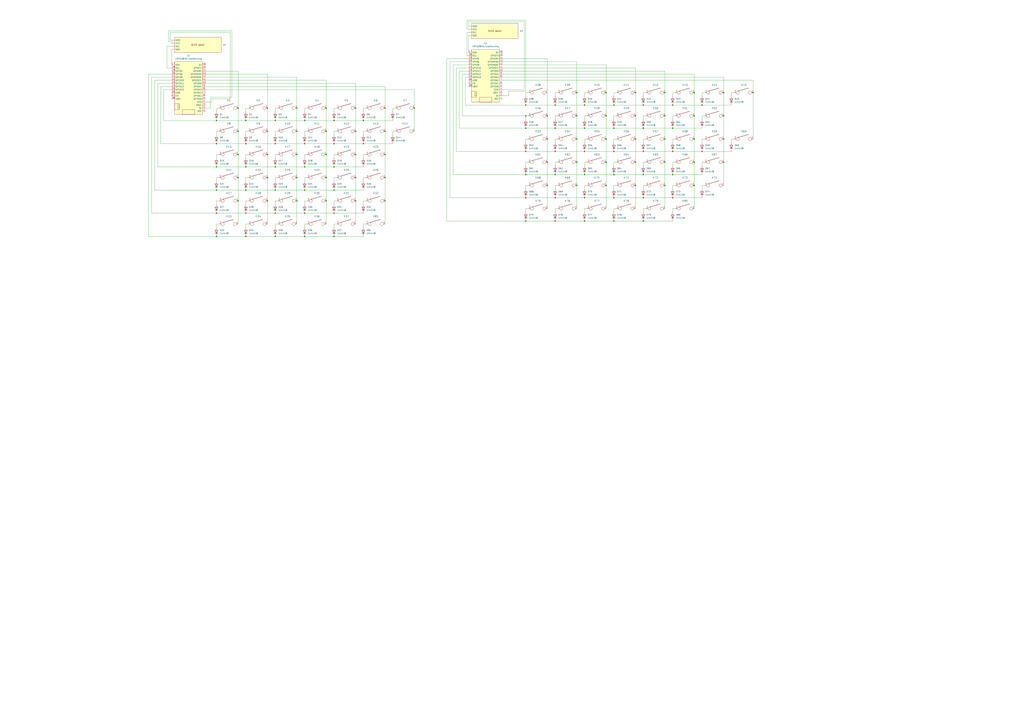
<source format=kicad_sch>
(kicad_sch (version 20230121) (generator eeschema)
  (paper "A1")
  (junction (at 521.97 152.4))
  (junction (at 195.58 107.95))
  (junction (at 594.36 76.2))
  (junction (at 274.32 175.26))
  (junction (at 298.45 118.11))
  (junction (at 546.1 76.2))
  (junction (at 201.93 137.16))
  (junction (at 480.06 105.41))
  (junction (at 521.97 76.2))
  (junction (at 195.58 88.9))
  (junction (at 480.06 162.56))
  (junction (at 480.06 86.36))
  (junction (at 250.19 99.06))
  (junction (at 292.1 107.95))
  (junction (at 504.19 181.61))
  (junction (at 250.19 194.31))
  (junction (at 177.8 175.26))
  (junction (at 546.1 114.3))
  (junction (at 219.71 165.1))
  (junction (at 455.93 162.56))
  (junction (at 177.8 156.21))
  (junction (at 201.93 99.06))
  (junction (at 431.8 95.25))
  (junction (at 449.58 152.4))
  (junction (at 195.58 146.05))
  (junction (at 267.97 107.95))
  (junction (at 570.23 133.35))
  (junction (at 177.8 137.16))
  (junction (at 195.58 127))
  (junction (at 267.97 146.05))
  (junction (at 219.71 88.9))
  (junction (at 292.1 146.05))
  (junction (at 340.36 88.9))
  (junction (at 195.58 165.1))
  (junction (at 473.71 133.35))
  (junction (at 504.19 162.56))
  (junction (at 316.23 88.9))
  (junction (at 250.19 156.21))
  (junction (at 431.8 124.46))
  (junction (at 431.8 181.61))
  (junction (at 528.32 124.46))
  (junction (at 455.93 181.61))
  (junction (at 497.84 114.3))
  (junction (at 528.32 143.51))
  (junction (at 219.71 146.05))
  (junction (at 594.36 114.3))
  (junction (at 177.8 118.11))
  (junction (at 274.32 99.06))
  (junction (at 594.36 95.25))
  (junction (at 201.93 194.31))
  (junction (at 504.19 86.36))
  (junction (at 274.32 137.16))
  (junction (at 219.71 107.95))
  (junction (at 552.45 86.36))
  (junction (at 226.06 194.31))
  (junction (at 201.93 175.26))
  (junction (at 504.19 143.51))
  (junction (at 431.8 162.56))
  (junction (at 521.97 114.3))
  (junction (at 473.71 114.3))
  (junction (at 449.58 95.25))
  (junction (at 274.32 194.31))
  (junction (at 576.58 86.36))
  (junction (at 226.06 175.26))
  (junction (at 274.32 156.21))
  (junction (at 177.8 194.31))
  (junction (at 497.84 95.25))
  (junction (at 226.06 156.21))
  (junction (at 431.8 143.51))
  (junction (at 292.1 127))
  (junction (at 473.71 95.25))
  (junction (at 455.93 105.41))
  (junction (at 250.19 175.26))
  (junction (at 243.84 165.1))
  (junction (at 226.06 99.06))
  (junction (at 521.97 95.25))
  (junction (at 480.06 181.61))
  (junction (at 250.19 137.16))
  (junction (at 243.84 127))
  (junction (at 480.06 124.46))
  (junction (at 292.1 165.1))
  (junction (at 473.71 152.4))
  (junction (at 316.23 165.1))
  (junction (at 298.45 99.06))
  (junction (at 267.97 165.1))
  (junction (at 455.93 124.46))
  (junction (at 316.23 107.95))
  (junction (at 552.45 162.56))
  (junction (at 521.97 133.35))
  (junction (at 274.32 118.11))
  (junction (at 250.19 118.11))
  (junction (at 455.93 86.36))
  (junction (at 455.93 143.51))
  (junction (at 226.06 118.11))
  (junction (at 552.45 105.41))
  (junction (at 576.58 124.46))
  (junction (at 219.71 127))
  (junction (at 528.32 181.61))
  (junction (at 528.32 105.41))
  (junction (at 497.84 152.4))
  (junction (at 243.84 88.9))
  (junction (at 177.8 99.06))
  (junction (at 497.84 76.2))
  (junction (at 292.1 88.9))
  (junction (at 570.23 76.2))
  (junction (at 528.32 86.36))
  (junction (at 480.06 143.51))
  (junction (at 570.23 114.3))
  (junction (at 528.32 162.56))
  (junction (at 546.1 95.25))
  (junction (at 552.45 124.46))
  (junction (at 546.1 152.4))
  (junction (at 570.23 95.25))
  (junction (at 316.23 146.05))
  (junction (at 201.93 118.11))
  (junction (at 267.97 127))
  (junction (at 594.36 133.35))
  (junction (at 504.19 105.41))
  (junction (at 546.1 133.35))
  (junction (at 243.84 146.05))
  (junction (at 504.19 124.46))
  (junction (at 497.84 133.35))
  (junction (at 243.84 107.95))
  (junction (at 201.93 156.21))
  (junction (at 618.49 76.2))
  (junction (at 431.8 86.36))
  (junction (at 431.8 105.41))
  (junction (at 552.45 143.51))
  (junction (at 570.23 152.4))
  (junction (at 316.23 127))
  (junction (at 449.58 133.35))
  (junction (at 449.58 114.3))
  (junction (at 226.06 137.16))
  (junction (at 473.71 76.2))
  (junction (at 267.97 88.9))
  (wire (pts (xy 134.62 99.06) (xy 134.62 73.66)))
  (wire (pts (xy 504.19 76.2) (xy 504.19 78.74)))
  (wire (pts (xy 473.71 50.8) (xy 473.71 76.2)))
  (wire (pts (xy 219.71 107.95) (xy 219.71 127)))
  (wire (pts (xy 431.8 162.56) (xy 455.93 162.56)))
  (wire (pts (xy 300.99 165.1) (xy 298.45 165.1)))
  (wire (pts (xy 482.6 76.2) (xy 480.06 76.2)))
  (wire (pts (xy 530.86 76.2) (xy 528.32 76.2)))
  (wire (pts (xy 546.1 133.35) (xy 546.1 152.4)))
  (wire (pts (xy 177.8 88.9) (xy 177.8 91.44)))
  (wire (pts (xy 458.47 114.3) (xy 455.93 114.3)))
  (wire (pts (xy 434.34 95.25) (xy 431.8 95.25)))
  (wire (pts (xy 570.23 95.25) (xy 570.23 114.3)))
  (wire (pts (xy 140.97 33.02) (xy 139.7 33.02)))
  (wire (pts (xy 552.45 105.41) (xy 576.58 105.41)))
  (wire (pts (xy 455.93 105.41) (xy 480.06 105.41)))
  (wire (pts (xy 384.81 53.34) (xy 372.11 53.34)))
  (wire (pts (xy 127 66.04) (xy 127 156.21)))
  (wire (pts (xy 417.83 78.74) (xy 412.75 78.74)))
  (wire (pts (xy 480.06 95.25) (xy 480.06 97.79)))
  (wire (pts (xy 384.81 58.42) (xy 377.19 58.42)))
  (wire (pts (xy 201.93 127) (xy 201.93 129.54)))
  (wire (pts (xy 570.23 60.96) (xy 570.23 76.2)))
  (wire (pts (xy 219.71 127) (xy 219.71 146.05)))
  (wire (pts (xy 383.54 24.13) (xy 383.54 16.51)))
  (wire (pts (xy 177.8 107.95) (xy 177.8 110.49)))
  (wire (pts (xy 579.12 152.4) (xy 576.58 152.4)))
  (wire (pts (xy 177.8 165.1) (xy 177.8 167.64)))
  (wire (pts (xy 274.32 99.06) (xy 298.45 99.06)))
  (wire (pts (xy 168.91 71.12) (xy 316.23 71.12)))
  (wire (pts (xy 138.43 25.4) (xy 190.5 25.4)))
  (wire (pts (xy 121.92 194.31) (xy 121.92 60.96)))
  (wire (pts (xy 274.32 88.9) (xy 274.32 91.44)))
  (wire (pts (xy 412.75 50.8) (xy 473.71 50.8)))
  (wire (pts (xy 298.45 165.1) (xy 298.45 167.64)))
  (wire (pts (xy 431.8 86.36) (xy 382.27 86.36)))
  (wire (pts (xy 177.8 99.06) (xy 201.93 99.06)))
  (wire (pts (xy 374.65 124.46) (xy 431.8 124.46)))
  (wire (pts (xy 579.12 133.35) (xy 576.58 133.35)))
  (wire (pts (xy 552.45 152.4) (xy 552.45 154.94)))
  (wire (pts (xy 594.36 95.25) (xy 594.36 114.3)))
  (wire (pts (xy 412.75 53.34) (xy 497.84 53.34)))
  (wire (pts (xy 369.57 162.56) (xy 431.8 162.56)))
  (wire (pts (xy 506.73 152.4) (xy 504.19 152.4)))
  (wire (pts (xy 201.93 146.05) (xy 201.93 148.59)))
  (wire (pts (xy 325.12 88.9) (xy 322.58 88.9)))
  (wire (pts (xy 173.99 83.82) (xy 168.91 83.82)))
  (wire (pts (xy 300.99 184.15) (xy 298.45 184.15)))
  (wire (pts (xy 177.8 156.21) (xy 201.93 156.21)))
  (wire (pts (xy 189.23 26.67) (xy 189.23 81.28)))
  (wire (pts (xy 168.91 60.96) (xy 219.71 60.96)))
  (wire (pts (xy 190.5 25.4) (xy 190.5 80.01)))
  (wire (pts (xy 195.58 88.9) (xy 195.58 107.95)))
  (wire (pts (xy 528.32 95.25) (xy 528.32 97.79)))
  (wire (pts (xy 528.32 162.56) (xy 552.45 162.56)))
  (wire (pts (xy 274.32 118.11) (xy 298.45 118.11)))
  (wire (pts (xy 554.99 152.4) (xy 552.45 152.4)))
  (wire (pts (xy 250.19 127) (xy 250.19 129.54)))
  (wire (pts (xy 243.84 107.95) (xy 243.84 127)))
  (wire (pts (xy 177.8 175.26) (xy 201.93 175.26)))
  (wire (pts (xy 139.7 26.67) (xy 139.7 33.02)))
  (wire (pts (xy 340.36 88.9) (xy 340.36 107.95)))
  (wire (pts (xy 276.86 88.9) (xy 274.32 88.9)))
  (wire (pts (xy 504.19 143.51) (xy 528.32 143.51)))
  (wire (pts (xy 374.65 55.88) (xy 374.65 124.46)))
  (wire (pts (xy 177.8 146.05) (xy 177.8 148.59)))
  (wire (pts (xy 521.97 114.3) (xy 521.97 133.35)))
  (wire (pts (xy 250.19 165.1) (xy 250.19 167.64)))
  (wire (pts (xy 458.47 133.35) (xy 455.93 133.35)))
  (wire (pts (xy 576.58 114.3) (xy 576.58 116.84)))
  (wire (pts (xy 504.19 86.36) (xy 528.32 86.36)))
  (wire (pts (xy 195.58 146.05) (xy 195.58 165.1)))
  (wire (pts (xy 219.71 146.05) (xy 219.71 165.1)))
  (wire (pts (xy 497.84 53.34) (xy 497.84 76.2)))
  (wire (pts (xy 497.84 76.2) (xy 497.84 95.25)))
  (wire (pts (xy 274.32 175.26) (xy 298.45 175.26)))
  (wire (pts (xy 177.8 137.16) (xy 201.93 137.16)))
  (wire (pts (xy 219.71 60.96) (xy 219.71 88.9)))
  (wire (pts (xy 434.34 152.4) (xy 431.8 152.4)))
  (wire (pts (xy 528.32 181.61) (xy 552.45 181.61)))
  (wire (pts (xy 384.81 24.13) (xy 383.54 24.13)))
  (wire (pts (xy 137.16 55.88) (xy 140.97 55.88)))
  (wire (pts (xy 530.86 152.4) (xy 528.32 152.4)))
  (wire (pts (xy 300.99 127) (xy 298.45 127)))
  (wire (pts (xy 480.06 152.4) (xy 480.06 154.94)))
  (wire (pts (xy 300.99 88.9) (xy 298.45 88.9)))
  (wire (pts (xy 570.23 152.4) (xy 570.23 171.45)))
  (wire (pts (xy 124.46 63.5) (xy 140.97 63.5)))
  (wire (pts (xy 603.25 76.2) (xy 600.71 76.2)))
  (wire (pts (xy 384.81 50.8) (xy 369.57 50.8)))
  (wire (pts (xy 173.99 83.82) (xy 173.99 81.28)))
  (wire (pts (xy 384.81 29.21) (xy 384.81 43.18)))
  (wire (pts (xy 600.71 76.2) (xy 600.71 78.74)))
  (wire (pts (xy 204.47 88.9) (xy 201.93 88.9)))
  (wire (pts (xy 168.91 66.04) (xy 267.97 66.04)))
  (wire (pts (xy 228.6 146.05) (xy 226.06 146.05)))
  (wire (pts (xy 201.93 194.31) (xy 226.06 194.31)))
  (wire (pts (xy 504.19 124.46) (xy 528.32 124.46)))
  (wire (pts (xy 172.72 88.9) (xy 168.91 88.9)))
  (wire (pts (xy 322.58 107.95) (xy 322.58 110.49)))
  (wire (pts (xy 449.58 95.25) (xy 449.58 114.3)))
  (wire (pts (xy 250.19 99.06) (xy 274.32 99.06)))
  (wire (pts (xy 204.47 127) (xy 201.93 127)))
  (wire (pts (xy 274.32 156.21) (xy 298.45 156.21)))
  (wire (pts (xy 226.06 184.15) (xy 226.06 186.69)))
  (wire (pts (xy 618.49 76.2) (xy 618.49 114.3)))
  (wire (pts (xy 458.47 76.2) (xy 455.93 76.2)))
  (wire (pts (xy 497.84 152.4) (xy 497.84 171.45)))
  (wire (pts (xy 226.06 146.05) (xy 226.06 148.59)))
  (wire (pts (xy 180.34 127) (xy 177.8 127)))
  (wire (pts (xy 480.06 114.3) (xy 480.06 116.84)))
  (wire (pts (xy 226.06 165.1) (xy 226.06 167.64)))
  (wire (pts (xy 431.8 86.36) (xy 455.93 86.36)))
  (wire (pts (xy 455.93 86.36) (xy 480.06 86.36)))
  (wire (pts (xy 521.97 55.88) (xy 521.97 76.2)))
  (wire (pts (xy 134.62 73.66) (xy 140.97 73.66)))
  (wire (pts (xy 325.12 107.95) (xy 322.58 107.95)))
  (wire (pts (xy 552.45 143.51) (xy 576.58 143.51)))
  (wire (pts (xy 140.97 38.1) (xy 137.16 38.1)))
  (wire (pts (xy 243.84 88.9) (xy 243.84 107.95)))
  (wire (pts (xy 482.6 152.4) (xy 480.06 152.4)))
  (wire (pts (xy 530.86 133.35) (xy 528.32 133.35)))
  (wire (pts (xy 528.32 86.36) (xy 552.45 86.36)))
  (wire (pts (xy 228.6 165.1) (xy 226.06 165.1)))
  (wire (pts (xy 250.19 88.9) (xy 250.19 91.44)))
  (wire (pts (xy 579.12 76.2) (xy 576.58 76.2)))
  (wire (pts (xy 316.23 165.1) (xy 316.23 184.15)))
  (wire (pts (xy 528.32 171.45) (xy 528.32 173.99)))
  (wire (pts (xy 455.93 76.2) (xy 455.93 78.74)))
  (wire (pts (xy 204.47 107.95) (xy 201.93 107.95)))
  (wire (pts (xy 276.86 107.95) (xy 274.32 107.95)))
  (wire (pts (xy 480.06 162.56) (xy 504.19 162.56)))
  (wire (pts (xy 530.86 114.3) (xy 528.32 114.3)))
  (wire (pts (xy 482.6 133.35) (xy 480.06 133.35)))
  (wire (pts (xy 379.73 60.96) (xy 379.73 95.25)))
  (wire (pts (xy 434.34 114.3) (xy 431.8 114.3)))
  (wire (pts (xy 243.84 165.1) (xy 243.84 184.15)))
  (wire (pts (xy 594.36 76.2) (xy 594.36 95.25)))
  (wire (pts (xy 576.58 124.46) (xy 600.71 124.46)))
  (wire (pts (xy 316.23 71.12) (xy 316.23 88.9)))
  (wire (pts (xy 180.34 107.95) (xy 177.8 107.95)))
  (wire (pts (xy 528.32 133.35) (xy 528.32 135.89)))
  (wire (pts (xy 455.93 152.4) (xy 455.93 154.94)))
  (wire (pts (xy 180.34 88.9) (xy 177.8 88.9)))
  (wire (pts (xy 480.06 76.2) (xy 480.06 78.74)))
  (wire (pts (xy 228.6 127) (xy 226.06 127)))
  (wire (pts (xy 316.23 107.95) (xy 316.23 127)))
  (wire (pts (xy 504.19 162.56) (xy 528.32 162.56)))
  (wire (pts (xy 292.1 127) (xy 292.1 146.05)))
  (wire (pts (xy 252.73 146.05) (xy 250.19 146.05)))
  (wire (pts (xy 431.8 133.35) (xy 431.8 135.89)))
  (wire (pts (xy 195.58 127) (xy 195.58 146.05)))
  (wire (pts (xy 600.71 114.3) (xy 600.71 116.84)))
  (wire (pts (xy 552.45 86.36) (xy 576.58 86.36)))
  (wire (pts (xy 226.06 194.31) (xy 250.19 194.31)))
  (wire (pts (xy 298.45 127) (xy 298.45 129.54)))
  (wire (pts (xy 412.75 55.88) (xy 521.97 55.88)))
  (wire (pts (xy 204.47 184.15) (xy 201.93 184.15)))
  (wire (pts (xy 482.6 114.3) (xy 480.06 114.3)))
  (wire (pts (xy 267.97 66.04) (xy 267.97 88.9)))
  (wire (pts (xy 528.32 114.3) (xy 528.32 116.84)))
  (wire (pts (xy 530.86 171.45) (xy 528.32 171.45)))
  (wire (pts (xy 340.36 73.66) (xy 340.36 88.9)))
  (wire (pts (xy 521.97 95.25) (xy 521.97 114.3)))
  (wire (pts (xy 250.19 137.16) (xy 274.32 137.16)))
  (wire (pts (xy 139.7 26.67) (xy 189.23 26.67)))
  (wire (pts (xy 521.97 133.35) (xy 521.97 152.4)))
  (wire (pts (xy 480.06 124.46) (xy 504.19 124.46)))
  (wire (pts (xy 137.16 38.1) (xy 137.16 55.88)))
  (wire (pts (xy 473.71 95.25) (xy 473.71 114.3)))
  (wire (pts (xy 267.97 165.1) (xy 267.97 184.15)))
  (wire (pts (xy 250.19 194.31) (xy 274.32 194.31)))
  (wire (pts (xy 195.58 107.95) (xy 195.58 127)))
  (wire (pts (xy 579.12 95.25) (xy 576.58 95.25)))
  (wire (pts (xy 228.6 184.15) (xy 226.06 184.15)))
  (wire (pts (xy 576.58 133.35) (xy 576.58 135.89)))
  (wire (pts (xy 243.84 146.05) (xy 243.84 165.1)))
  (wire (pts (xy 276.86 127) (xy 274.32 127)))
  (wire (pts (xy 546.1 95.25) (xy 546.1 114.3)))
  (wire (pts (xy 177.8 99.06) (xy 134.62 99.06)))
  (wire (pts (xy 201.93 99.06) (xy 226.06 99.06)))
  (wire (pts (xy 576.58 76.2) (xy 576.58 78.74)))
  (wire (pts (xy 140.97 71.12) (xy 132.08 71.12)))
  (wire (pts (xy 570.23 133.35) (xy 570.23 152.4)))
  (wire (pts (xy 497.84 114.3) (xy 497.84 133.35)))
  (wire (pts (xy 521.97 76.2) (xy 521.97 95.25)))
  (wire (pts (xy 455.93 171.45) (xy 455.93 173.99)))
  (wire (pts (xy 168.91 63.5) (xy 243.84 63.5)))
  (wire (pts (xy 250.19 107.95) (xy 250.19 110.49)))
  (wire (pts (xy 226.06 99.06) (xy 250.19 99.06)))
  (wire (pts (xy 570.23 76.2) (xy 570.23 95.25)))
  (wire (pts (xy 528.32 76.2) (xy 528.32 78.74)))
  (wire (pts (xy 431.8 143.51) (xy 455.93 143.51)))
  (wire (pts (xy 504.19 152.4) (xy 504.19 154.94)))
  (wire (pts (xy 274.32 127) (xy 274.32 129.54)))
  (wire (pts (xy 226.06 156.21) (xy 250.19 156.21)))
  (wire (pts (xy 417.83 74.93) (xy 417.83 78.74)))
  (wire (pts (xy 276.86 146.05) (xy 274.32 146.05)))
  (wire (pts (xy 298.45 118.11) (xy 322.58 118.11)))
  (wire (pts (xy 276.86 165.1) (xy 274.32 165.1)))
  (wire (pts (xy 458.47 95.25) (xy 455.93 95.25)))
  (wire (pts (xy 412.75 60.96) (xy 570.23 60.96)))
  (wire (pts (xy 594.36 133.35) (xy 594.36 152.4)))
  (wire (pts (xy 506.73 114.3) (xy 504.19 114.3)))
  (wire (pts (xy 552.45 76.2) (xy 552.45 78.74)))
  (wire (pts (xy 316.23 88.9) (xy 316.23 107.95)))
  (wire (pts (xy 480.06 181.61) (xy 504.19 181.61)))
  (wire (pts (xy 316.23 127) (xy 316.23 146.05)))
  (wire (pts (xy 594.36 114.3) (xy 594.36 133.35)))
  (wire (pts (xy 250.19 175.26) (xy 274.32 175.26)))
  (wire (pts (xy 455.93 133.35) (xy 455.93 135.89)))
  (wire (pts (xy 274.32 146.05) (xy 274.32 148.59)))
  (wire (pts (xy 521.97 152.4) (xy 521.97 171.45)))
  (wire (pts (xy 546.1 58.42) (xy 546.1 76.2)))
  (wire (pts (xy 267.97 127) (xy 267.97 146.05)))
  (wire (pts (xy 292.1 146.05) (xy 292.1 165.1)))
  (wire (pts (xy 274.32 194.31) (xy 298.45 194.31)))
  (wire (pts (xy 140.97 66.04) (xy 127 66.04)))
  (wire (pts (xy 379.73 95.25) (xy 431.8 95.25)))
  (wire (pts (xy 546.1 114.3) (xy 546.1 133.35)))
  (wire (pts (xy 431.8 124.46) (xy 455.93 124.46)))
  (wire (pts (xy 473.71 76.2) (xy 473.71 95.25)))
  (wire (pts (xy 449.58 114.3) (xy 449.58 133.35)))
  (wire (pts (xy 298.45 146.05) (xy 298.45 148.59)))
  (wire (pts (xy 603.25 114.3) (xy 600.71 114.3)))
  (wire (pts (xy 132.08 71.12) (xy 132.08 118.11)))
  (wire (pts (xy 274.32 107.95) (xy 274.32 110.49)))
  (wire (pts (xy 129.54 68.58) (xy 140.97 68.58)))
  (wire (pts (xy 455.93 143.51) (xy 480.06 143.51)))
  (wire (pts (xy 384.81 48.26) (xy 367.03 48.26)))
  (wire (pts (xy 201.93 118.11) (xy 226.06 118.11)))
  (wire (pts (xy 298.45 107.95) (xy 298.45 110.49)))
  (wire (pts (xy 250.19 184.15) (xy 250.19 186.69)))
  (wire (pts (xy 177.8 175.26) (xy 124.46 175.26)))
  (wire (pts (xy 431.8 16.51) (xy 431.8 74.93)))
  (wire (pts (xy 528.32 124.46) (xy 552.45 124.46)))
  (wire (pts (xy 298.45 88.9) (xy 298.45 91.44)))
  (wire (pts (xy 276.86 184.15) (xy 274.32 184.15)))
  (wire (pts (xy 530.86 95.25) (xy 528.32 95.25)))
  (wire (pts (xy 219.71 165.1) (xy 219.71 184.15)))
  (wire (pts (xy 180.34 146.05) (xy 177.8 146.05)))
  (wire (pts (xy 504.19 171.45) (xy 504.19 173.99)))
  (wire (pts (xy 576.58 95.25) (xy 576.58 97.79)))
  (wire (pts (xy 140.97 40.64) (xy 140.97 53.34)))
  (wire (pts (xy 300.99 107.95) (xy 298.45 107.95)))
  (wire (pts (xy 506.73 133.35) (xy 504.19 133.35)))
  (wire (pts (xy 127 156.21) (xy 177.8 156.21)))
  (wire (pts (xy 372.11 53.34) (xy 372.11 143.51)))
  (wire (pts (xy 168.91 68.58) (xy 292.1 68.58)))
  (wire (pts (xy 554.99 114.3) (xy 552.45 114.3)))
  (wire (pts (xy 132.08 118.11) (xy 177.8 118.11)))
  (wire (pts (xy 554.99 133.35) (xy 552.45 133.35)))
  (wire (pts (xy 129.54 137.16) (xy 129.54 68.58)))
  (wire (pts (xy 570.23 114.3) (xy 570.23 133.35)))
  (wire (pts (xy 431.8 74.93) (xy 417.83 74.93)))
  (wire (pts (xy 449.58 48.26) (xy 449.58 74.93)))
  (wire (pts (xy 383.54 26.67) (xy 384.81 26.67)))
  (wire (pts (xy 201.93 156.21) (xy 226.06 156.21)))
  (wire (pts (xy 552.45 114.3) (xy 552.45 116.84)))
  (wire (pts (xy 180.34 165.1) (xy 177.8 165.1)))
  (wire (pts (xy 431.8 114.3) (xy 431.8 116.84)))
  (wire (pts (xy 504.19 133.35) (xy 504.19 135.89)))
  (wire (pts (xy 546.1 76.2) (xy 546.1 95.25)))
  (wire (pts (xy 382.27 86.36) (xy 382.27 63.5)))
  (wire (pts (xy 226.06 118.11) (xy 250.19 118.11)))
  (wire (pts (xy 124.46 175.26) (xy 124.46 63.5)))
  (wire (pts (xy 252.73 88.9) (xy 250.19 88.9)))
  (wire (pts (xy 473.71 133.35) (xy 473.71 152.4)))
  (wire (pts (xy 201.93 175.26) (xy 226.06 175.26)))
  (wire (pts (xy 201.93 88.9) (xy 201.93 91.44)))
  (wire (pts (xy 177.8 118.11) (xy 201.93 118.11)))
  (wire (pts (xy 482.6 171.45) (xy 480.06 171.45)))
  (wire (pts (xy 228.6 88.9) (xy 226.06 88.9)))
  (wire (pts (xy 594.36 63.5) (xy 594.36 76.2)))
  (wire (pts (xy 177.8 194.31) (xy 201.93 194.31)))
  (wire (pts (xy 195.58 165.1) (xy 195.58 184.15)))
  (wire (pts (xy 504.19 114.3) (xy 504.19 116.84)))
  (wire (pts (xy 138.43 34.29) (xy 138.43 25.4)))
  (wire (pts (xy 267.97 146.05) (xy 267.97 165.1)))
  (wire (pts (xy 434.34 76.2) (xy 431.8 76.2)))
  (wire (pts (xy 252.73 184.15) (xy 250.19 184.15)))
  (wire (pts (xy 382.27 63.5) (xy 384.81 63.5)))
  (wire (pts (xy 431.8 76.2) (xy 431.8 78.74)))
  (wire (pts (xy 252.73 127) (xy 250.19 127)))
  (wire (pts (xy 383.54 45.72) (xy 383.54 26.67)))
  (wire (pts (xy 384.81 21.59) (xy 384.81 17.78)))
  (wire (pts (xy 430.53 73.66) (xy 412.75 73.66)))
  (wire (pts (xy 504.19 95.25) (xy 504.19 97.79)))
  (wire (pts (xy 552.45 162.56) (xy 576.58 162.56)))
  (wire (pts (xy 274.32 165.1) (xy 274.32 167.64)))
  (wire (pts (xy 455.93 181.61) (xy 480.06 181.61)))
  (wire (pts (xy 384.81 55.88) (xy 374.65 55.88)))
  (wire (pts (xy 177.8 194.31) (xy 121.92 194.31)))
  (wire (pts (xy 226.06 137.16) (xy 250.19 137.16)))
  (wire (pts (xy 431.8 105.41) (xy 455.93 105.41)))
  (wire (pts (xy 204.47 165.1) (xy 201.93 165.1)))
  (wire (pts (xy 449.58 76.2) (xy 449.58 95.25)))
  (wire (pts (xy 267.97 107.95) (xy 267.97 127)))
  (wire (pts (xy 497.84 95.25) (xy 497.84 114.3)))
  (wire (pts (xy 228.6 107.95) (xy 226.06 107.95)))
  (wire (pts (xy 226.06 175.26) (xy 250.19 175.26)))
  (wire (pts (xy 504.19 181.61) (xy 528.32 181.61)))
  (wire (pts (xy 372.11 143.51) (xy 431.8 143.51)))
  (wire (pts (xy 195.58 58.42) (xy 195.58 88.9)))
  (wire (pts (xy 554.99 95.25) (xy 552.45 95.25)))
  (wire (pts (xy 138.43 34.29) (xy 140.97 34.29)))
  (wire (pts (xy 367.03 181.61) (xy 431.8 181.61)))
  (wire (pts (xy 552.45 124.46) (xy 576.58 124.46)))
  (wire (pts (xy 579.12 114.3) (xy 576.58 114.3)))
  (wire (pts (xy 201.93 165.1) (xy 201.93 167.64)))
  (wire (pts (xy 367.03 48.26) (xy 367.03 181.61)))
  (wire (pts (xy 506.73 95.25) (xy 504.19 95.25)))
  (wire (pts (xy 554.99 76.2) (xy 552.45 76.2)))
  (wire (pts (xy 226.06 107.95) (xy 226.06 110.49)))
  (wire (pts (xy 455.93 162.56) (xy 480.06 162.56)))
  (wire (pts (xy 528.32 105.41) (xy 552.45 105.41)))
  (wire (pts (xy 497.84 133.35) (xy 497.84 152.4)))
  (wire (pts (xy 434.34 133.35) (xy 431.8 133.35)))
  (wire (pts (xy 177.8 127) (xy 177.8 129.54)))
  (wire (pts (xy 431.8 171.45) (xy 431.8 173.99)))
  (wire (pts (xy 412.75 48.26) (xy 449.58 48.26)))
  (wire (pts (xy 250.19 156.21) (xy 274.32 156.21)))
  (wire (pts (xy 177.8 184.15) (xy 177.8 186.69)))
  (wire (pts (xy 252.73 107.95) (xy 250.19 107.95)))
  (wire (pts (xy 316.23 146.05) (xy 316.23 165.1)))
  (wire (pts (xy 473.71 152.4) (xy 473.71 171.45)))
  (wire (pts (xy 412.75 63.5) (xy 594.36 63.5)))
  (wire (pts (xy 226.06 127) (xy 226.06 129.54)))
  (wire (pts (xy 473.71 114.3) (xy 473.71 133.35)))
  (wire (pts (xy 552.45 171.45) (xy 552.45 173.99)))
  (wire (pts (xy 377.19 105.41) (xy 431.8 105.41)))
  (wire (pts (xy 458.47 152.4) (xy 455.93 152.4)))
  (wire (pts (xy 201.93 107.95) (xy 201.93 110.49)))
  (wire (pts (xy 322.58 88.9) (xy 322.58 91.44)))
  (wire (pts (xy 449.58 133.35) (xy 449.58 152.4)))
  (wire (pts (xy 267.97 88.9) (xy 267.97 107.95)))
  (wire (pts (xy 576.58 152.4) (xy 576.58 154.94)))
  (wire (pts (xy 226.06 88.9) (xy 226.06 91.44)))
  (wire (pts (xy 576.58 86.36) (xy 600.71 86.36)))
  (wire (pts (xy 250.19 146.05) (xy 250.19 148.59)))
  (wire (pts (xy 140.97 34.29) (xy 140.97 35.56)))
  (wire (pts (xy 384.81 45.72) (xy 383.54 45.72)))
  (wire (pts (xy 292.1 68.58) (xy 292.1 88.9)))
  (wire (pts (xy 168.91 73.66) (xy 340.36 73.66)))
  (wire (pts (xy 377.19 58.42) (xy 377.19 105.41)))
  (wire (pts (xy 298.45 99.06) (xy 322.58 99.06)))
  (wire (pts (xy 431.8 95.25) (xy 431.8 97.79)))
  (wire (pts (xy 274.32 184.15) (xy 274.32 186.69)))
  (wire (pts (xy 431.8 152.4) (xy 431.8 154.94)))
  (wire (pts (xy 412.75 58.42) (xy 546.1 58.42)))
  (wire (pts (xy 528.32 152.4) (xy 528.32 154.94)))
  (wire (pts (xy 506.73 171.45) (xy 504.19 171.45)))
  (wire (pts (xy 552.45 133.35) (xy 552.45 135.89)))
  (wire (pts (xy 434.34 171.45) (xy 431.8 171.45)))
  (wire (pts (xy 250.19 118.11) (xy 274.32 118.11)))
  (wire (pts (xy 243.84 127) (xy 243.84 146.05)))
  (wire (pts (xy 172.72 88.9) (xy 172.72 80.01)))
  (wire (pts (xy 482.6 95.25) (xy 480.06 95.25)))
  (wire (pts (xy 504.19 105.41) (xy 528.32 105.41)))
  (wire (pts (xy 430.53 17.78) (xy 430.53 73.66)))
  (wire (pts (xy 369.57 50.8) (xy 369.57 162.56)))
  (wire (pts (xy 201.93 184.15) (xy 201.93 186.69)))
  (wire (pts (xy 300.99 146.05) (xy 298.45 146.05)))
  (wire (pts (xy 546.1 152.4) (xy 546.1 171.45)))
  (wire (pts (xy 618.49 76.2) (xy 618.49 66.04)))
  (wire (pts (xy 384.81 60.96) (xy 379.73 60.96)))
  (wire (pts (xy 292.1 165.1) (xy 292.1 184.15)))
  (wire (pts (xy 121.92 60.96) (xy 140.97 60.96)))
  (wire (pts (xy 190.5 80.01) (xy 172.72 80.01)))
  (wire (pts (xy 480.06 171.45) (xy 480.06 173.99)))
  (wire (pts (xy 201.93 137.16) (xy 226.06 137.16)))
  (wire (pts (xy 189.23 81.28) (xy 173.99 81.28)))
  (wire (pts (xy 506.73 76.2) (xy 504.19 76.2)))
  (wire (pts (xy 528.32 143.51) (xy 552.45 143.51)))
  (wire (pts (xy 243.84 63.5) (xy 243.84 88.9)))
  (wire (pts (xy 480.06 133.35) (xy 480.06 135.89)))
  (wire (pts (xy 177.8 137.16) (xy 129.54 137.16)))
  (wire (pts (xy 168.91 58.42) (xy 195.58 58.42)))
  (wire (pts (xy 455.93 95.25) (xy 455.93 97.79)))
  (wire (pts (xy 298.45 184.15) (xy 298.45 186.69)))
  (wire (pts (xy 204.47 146.05) (xy 201.93 146.05)))
  (wire (pts (xy 554.99 171.45) (xy 552.45 171.45)))
  (wire (pts (xy 252.73 165.1) (xy 250.19 165.1)))
  (wire (pts (xy 480.06 105.41) (xy 504.19 105.41)))
  (wire (pts (xy 383.54 16.51) (xy 431.8 16.51)))
  (wire (pts (xy 180.34 184.15) (xy 177.8 184.15)))
  (wire (pts (xy 455.93 124.46) (xy 480.06 124.46)))
  (wire (pts (xy 618.49 66.04) (xy 412.75 66.04)))
  (wire (pts (xy 292.1 88.9) (xy 292.1 107.95)))
  (wire (pts (xy 384.81 17.78) (xy 430.53 17.78)))
  (wire (pts (xy 552.45 95.25) (xy 552.45 97.79)))
  (wire (pts (xy 292.1 107.95) (xy 292.1 127)))
  (wire (pts (xy 274.32 137.16) (xy 298.45 137.16)))
  (wire (pts (xy 458.47 171.45) (xy 455.93 171.45)))
  (wire (pts (xy 480.06 143.51) (xy 504.19 143.51)))
  (wire (pts (xy 455.93 114.3) (xy 455.93 116.84)))
  (wire (pts (xy 431.8 181.61) (xy 455.93 181.61)))
  (wire (pts (xy 449.58 152.4) (xy 449.58 171.45)))
  (wire (pts (xy 480.06 86.36) (xy 504.19 86.36)))
  (wire (pts (xy 219.71 88.9) (xy 219.71 107.95)))
  (symbol (lib_id "keyboard_parts:KEYSW") (at 562.61 171.45 0) (unit 1)
    (property "Reference" "K80" (at 562.61 165.1 0) (effects (font (size 1.524 1.524))))
    (property "Value" "KEYSW" (effects hide))
  )
  (symbol (lib_id "Device:D") (at 504.19 101.6 90) (unit 1)
    (property "Reference" "D49" (at 506.73 100.33 90) (effects (justify right)))
    (property "Value" "1n4148" (at 506.73 102.87 90) (effects (justify right)))
    (property "Sim.Device" "D" (effects hide))
    (property "Sim.Pins" "1=K 2=A" (effects hide))
  )
  (symbol (lib_id "Device:D") (at 600.71 82.55 90) (unit 1)
    (property "Reference" "D45" (at 603.25 81.28 90) (effects (justify right)))
    (property "Value" "1n4148" (at 603.25 83.82 90) (effects (justify right)))
    (property "Sim.Device" "D" (effects hide))
    (property "Sim.Pins" "1=K 2=A" (effects hide))
  )
  (symbol (lib_id "keyboard_parts:KEYSW") (at 441.96 95.25 0) (unit 1)
    (property "Reference" "K46" (at 441.96 88.9 0) (effects (font (size 1.524 1.524))))
    (property "Value" "KEYSW" (effects hide))
  )
  (symbol (lib_id "Device:D") (at 455.93 177.8 90) (unit 1)
    (property "Reference" "D76" (at 458.47 176.53 90) (effects (justify right)))
    (property "Value" "1n4148" (at 458.47 179.07 90) (effects (justify right)))
    (property "Sim.Device" "D" (effects hide))
    (property "Sim.Pins" "1=K 2=A" (effects hide))
  )
  (symbol (lib_id "Device:D") (at 274.32 114.3 90) (unit 1)
    (property "Reference" "D12" (at 276.86 113.03 90) (effects (justify right)))
    (property "Value" "1n4148" (at 276.86 115.57 90) (effects (justify right)))
    (property "Sim.Device" "D" (effects hide))
    (property "Sim.Pins" "1=K 2=A" (effects hide))
  )
  (symbol (lib_id "keyboard_parts:KEYSW") (at 212.09 107.95 0) (unit 1)
    (property "Reference" "K9" (at 212.09 101.6 0) (effects (font (size 1.524 1.524))))
    (property "Value" "KEYSW" (effects hide))
  )
  (symbol (lib_id "keyboard_parts:KEYSW") (at 514.35 133.35 0) (unit 1)
    (property "Reference" "K64" (at 514.35 127 0) (effects (font (size 1.524 1.524))))
    (property "Value" "KEYSW" (effects hide))
  )
  (symbol (lib_id "Device:D") (at 504.19 158.75 90) (unit 1)
    (property "Reference" "D71" (at 506.73 157.48 90) (effects (justify right)))
    (property "Value" "1n4148" (at 506.73 160.02 90) (effects (justify right)))
    (property "Sim.Device" "D" (effects hide))
    (property "Sim.Pins" "1=K 2=A" (effects hide))
  )
  (symbol (lib_id "keyboard_parts:KEYSW") (at 308.61 165.1 0) (unit 1)
    (property "Reference" "K32" (at 308.61 158.75 0) (effects (font (size 1.524 1.524))))
    (property "Value" "KEYSW" (effects hide))
  )
  (symbol (lib_id "Device:D") (at 250.19 152.4 90) (unit 1)
    (property "Reference" "D24" (at 252.73 151.13 90) (effects (justify right)))
    (property "Value" "1n4148" (at 252.73 153.67 90) (effects (justify right)))
    (property "Sim.Device" "D" (effects hide))
    (property "Sim.Pins" "1=K 2=A" (effects hide))
  )
  (symbol (lib_id "keyboard_parts:KEYSW") (at 586.74 133.35 0) (unit 1)
    (property "Reference" "K67" (at 586.74 127 0) (effects (font (size 1.524 1.524))))
    (property "Value" "KEYSW" (effects hide))
  )
  (symbol (lib_id "Device:D") (at 455.93 82.55 90) (unit 1)
    (property "Reference" "D39" (at 458.47 81.28 90) (effects (justify right)))
    (property "Value" "1n4148" (at 458.47 83.82 90) (effects (justify right)))
    (property "Sim.Device" "D" (effects hide))
    (property "Sim.Pins" "1=K 2=A" (effects hide))
  )
  (symbol (lib_id "keyboard_parts:KEYSW") (at 441.96 76.2 0) (unit 1)
    (property "Reference" "K38" (at 441.96 69.85 0) (effects (font (size 1.524 1.524))))
    (property "Value" "KEYSW" (effects hide))
  )
  (symbol (lib_id "Device:D") (at 504.19 82.55 90) (unit 1)
    (property "Reference" "D41" (at 506.73 81.28 90) (effects (justify right)))
    (property "Value" "1n4148" (at 506.73 83.82 90) (effects (justify right)))
    (property "Sim.Device" "D" (effects hide))
    (property "Sim.Pins" "1=K 2=A" (effects hide))
  )
  (symbol (lib_id "Device:D") (at 455.93 120.65 90) (unit 1)
    (property "Reference" "D54" (at 458.47 119.38 90) (effects (justify right)))
    (property "Value" "1n4148" (at 458.47 121.92 90) (effects (justify right)))
    (property "Sim.Device" "D" (effects hide))
    (property "Sim.Pins" "1=K 2=A" (effects hide))
  )
  (symbol (lib_id "keyboard_parts:KEYSW") (at 466.09 152.4 0) (unit 1)
    (property "Reference" "K69" (at 466.09 146.05 0) (effects (font (size 1.524 1.524))))
    (property "Value" "KEYSW" (effects hide))
  )
  (symbol (lib_id "Device:D") (at 431.8 139.7 90) (unit 1)
    (property "Reference" "D61" (at 434.34 138.43 90) (effects (justify right)))
    (property "Value" "1n4148" (at 434.34 140.97 90) (effects (justify right)))
    (property "Sim.Device" "D" (effects hide))
    (property "Sim.Pins" "1=K 2=A" (effects hide))
  )
  (symbol (lib_id "Device:D") (at 274.32 95.25 90) (unit 1)
    (property "Reference" "D5" (at 276.86 93.98 90) (effects (justify right)))
    (property "Value" "1n4148" (at 276.86 96.52 90) (effects (justify right)))
    (property "Sim.Device" "D" (effects hide))
    (property "Sim.Pins" "1=K 2=A" (effects hide))
  )
  (symbol (lib_id "Device:D") (at 576.58 158.75 90) (unit 1)
    (property "Reference" "D74" (at 579.12 157.48 90) (effects (justify right)))
    (property "Value" "1n4148" (at 579.12 160.02 90) (effects (justify right)))
    (property "Sim.Device" "D" (effects hide))
    (property "Sim.Pins" "1=K 2=A" (effects hide))
  )
  (symbol (lib_id "Device:D") (at 201.93 114.3 90) (unit 1)
    (property "Reference" "D9" (at 204.47 113.03 90) (effects (justify right)))
    (property "Value" "1n4148" (at 204.47 115.57 90) (effects (justify right)))
    (property "Sim.Device" "D" (effects hide))
    (property "Sim.Pins" "1=K 2=A" (effects hide))
  )
  (symbol (lib_id "keyboard_parts:KEYSW") (at 260.35 146.05 0) (unit 1)
    (property "Reference" "K24" (at 260.35 139.7 0) (effects (font (size 1.524 1.524))))
    (property "Value" "KEYSW" (effects hide))
  )
  (symbol (lib_id "Device:D") (at 504.19 139.7 90) (unit 1)
    (property "Reference" "D64" (at 506.73 138.43 90) (effects (justify right)))
    (property "Value" "1n4148" (at 506.73 140.97 90) (effects (justify right)))
    (property "Sim.Device" "D" (effects hide))
    (property "Sim.Pins" "1=K 2=A" (effects hide))
  )
  (symbol (lib_id "Device:D") (at 298.45 152.4 90) (unit 1)
    (property "Reference" "D26" (at 300.99 151.13 90) (effects (justify right)))
    (property "Value" "1n4148" (at 300.99 153.67 90) (effects (justify right)))
    (property "Sim.Device" "D" (effects hide))
    (property "Sim.Pins" "1=K 2=A" (effects hide))
  )
  (symbol (lib_id "keyboard_parts:KEYSW") (at 466.09 76.2 0) (unit 1)
    (property "Reference" "K39" (at 466.09 69.85 0) (effects (font (size 1.524 1.524))))
    (property "Value" "KEYSW" (effects hide))
  )
  (symbol (lib_id "Device:D") (at 431.8 120.65 90) (unit 1)
    (property "Reference" "D53" (at 434.34 119.38 90) (effects (justify right)))
    (property "Value" "1n4148" (at 434.34 121.92 90) (effects (justify right)))
    (property "Sim.Device" "D" (effects hide))
    (property "Sim.Pins" "1=K 2=A" (effects hide))
  )
  (symbol (lib_id "Device:D") (at 226.06 152.4 90) (unit 1)
    (property "Reference" "D23" (at 228.6 151.13 90) (effects (justify right)))
    (property "Value" "1n4148" (at 228.6 153.67 90) (effects (justify right)))
    (property "Sim.Device" "D" (effects hide))
    (property "Sim.Pins" "1=K 2=A" (effects hide))
  )
  (symbol (lib_id "keyboard_parts:KEYSW") (at 586.74 95.25 0) (unit 1)
    (property "Reference" "K52" (at 586.74 88.9 0) (effects (font (size 1.524 1.524))))
    (property "Value" "KEYSW" (effects hide))
  )
  (symbol (lib_id "Device:D") (at 274.32 133.35 90) (unit 1)
    (property "Reference" "D19" (at 276.86 132.08 90) (effects (justify right)))
    (property "Value" "1n4148" (at 276.86 134.62 90) (effects (justify right)))
    (property "Sim.Device" "D" (effects hide))
    (property "Sim.Pins" "1=K 2=A" (effects hide))
  )
  (symbol (lib_id "keyboard_parts:KEYSW") (at 490.22 152.4 0) (unit 1)
    (property "Reference" "K70" (at 490.22 146.05 0) (effects (font (size 1.524 1.524))))
    (property "Value" "KEYSW" (effects hide))
  )
  (symbol (lib_id "Device:D") (at 431.8 101.6 90) (unit 1)
    (property "Reference" "D46" (at 434.34 100.33 90) (effects (justify right)))
    (property "Value" "1n4148" (at 434.34 102.87 90) (effects (justify right)))
    (property "Sim.Device" "D" (effects hide))
    (property "Sim.Pins" "1=K 2=A" (effects hide))
  )
  (symbol (lib_id "keyboard_parts:KEYSW") (at 212.09 88.9 0) (unit 1)
    (property "Reference" "K2" (at 212.09 82.55 0) (effects (font (size 1.524 1.524))))
    (property "Value" "KEYSW" (effects hide))
  )
  (symbol (lib_id "Device:D") (at 226.06 171.45 90) (unit 1)
    (property "Reference" "D29" (at 228.6 170.18 90) (effects (justify right)))
    (property "Value" "1n4148" (at 228.6 172.72 90) (effects (justify right)))
    (property "Sim.Device" "D" (effects hide))
    (property "Sim.Pins" "1=K 2=A" (effects hide))
  )
  (symbol (lib_id "keyboard_parts:KEYSW") (at 610.87 114.3 0) (unit 1)
    (property "Reference" "K60" (at 610.87 107.95 0) (effects (font (size 1.524 1.524))))
    (property "Value" "KEYSW" (effects hide))
  )
  (symbol (lib_id "Device:D") (at 504.19 177.8 90) (unit 1)
    (property "Reference" "D78" (at 506.73 176.53 90) (effects (justify right)))
    (property "Value" "1n4148" (at 506.73 179.07 90) (effects (justify right)))
    (property "Sim.Device" "D" (effects hide))
    (property "Sim.Pins" "1=K 2=A" (effects hide))
  )
  (symbol (lib_id "keyboard_parts:KEYSW") (at 308.61 107.95 0) (unit 1)
    (property "Reference" "K13" (at 308.61 101.6 0) (effects (font (size 1.524 1.524))))
    (property "Value" "KEYSW" (effects hide))
  )
  (symbol (lib_id "Device:D") (at 552.45 82.55 90) (unit 1)
    (property "Reference" "D43" (at 554.99 81.28 90) (effects (justify right)))
    (property "Value" "1n4148" (at 554.99 83.82 90) (effects (justify right)))
    (property "Sim.Device" "D" (effects hide))
    (property "Sim.Pins" "1=K 2=A" (effects hide))
  )
  (symbol (lib_id "Device:D") (at 177.8 152.4 90) (unit 1)
    (property "Reference" "D21" (at 180.34 151.13 90) (effects (justify right)))
    (property "Value" "1n4148" (at 180.34 153.67 90) (effects (justify right)))
    (property "Sim.Device" "D" (effects hide))
    (property "Sim.Pins" "1=K 2=A" (effects hide))
  )
  (symbol (lib_id "Device:D") (at 226.06 114.3 90) (unit 1)
    (property "Reference" "D10" (at 228.6 113.03 90) (effects (justify right)))
    (property "Value" "1n4148" (at 228.6 115.57 90) (effects (justify right)))
    (property "Sim.Device" "D" (effects hide))
    (property "Sim.Pins" "1=K 2=A" (effects hide))
  )
  (symbol (lib_id "Device:D") (at 201.93 152.4 90) (unit 1)
    (property "Reference" "D22" (at 204.47 151.13 90) (effects (justify right)))
    (property "Value" "1n4148" (at 204.47 153.67 90) (effects (justify right)))
    (property "Sim.Device" "D" (effects hide))
    (property "Sim.Pins" "1=K 2=A" (effects hide))
  )
  (symbol (lib_id "keyboard_parts:KEYSW") (at 187.96 146.05 0) (unit 1)
    (property "Reference" "K21" (at 187.96 139.7 0) (effects (font (size 1.524 1.524))))
    (property "Value" "KEYSW" (effects hide))
  )
  (symbol (lib_id "keyboard_parts:KEYSW") (at 284.48 107.95 0) (unit 1)
    (property "Reference" "K12" (at 284.48 101.6 0) (effects (font (size 1.524 1.524))))
    (property "Value" "KEYSW" (effects hide))
  )
  (symbol (lib_id "Device:D") (at 576.58 139.7 90) (unit 1)
    (property "Reference" "D67" (at 579.12 138.43 90) (effects (justify right)))
    (property "Value" "1n4148" (at 579.12 140.97 90) (effects (justify right)))
    (property "Sim.Device" "D" (effects hide))
    (property "Sim.Pins" "1=K 2=A" (effects hide))
  )
  (symbol (lib_id "keyboard_parts:KEYSW") (at 514.35 95.25 0) (unit 1)
    (property "Reference" "K49" (at 514.35 88.9 0) (effects (font (size 1.524 1.524))))
    (property "Value" "KEYSW" (effects hide))
  )
  (symbol (lib_id "keyboard_parts:KEYSW") (at 236.22 184.15 0) (unit 1)
    (property "Reference" "K35" (at 236.22 177.8 0) (effects (font (size 1.524 1.524))))
    (property "Value" "KEYSW" (effects hide))
  )
  (symbol (lib_id "keyboard_parts:KEYSW") (at 490.22 114.3 0) (unit 1)
    (property "Reference" "K55" (at 490.22 107.95 0) (effects (font (size 1.524 1.524))))
    (property "Value" "KEYSW" (effects hide))
  )
  (symbol (lib_id "Device:D") (at 552.45 139.7 90) (unit 1)
    (property "Reference" "D66" (at 554.99 138.43 90) (effects (justify right)))
    (property "Value" "1n4148" (at 554.99 140.97 90) (effects (justify right)))
    (property "Sim.Device" "D" (effects hide))
    (property "Sim.Pins" "1=K 2=A" (effects hide))
  )
  (symbol (lib_id "keyboard_parts:KEYSW") (at 514.35 114.3 0) (unit 1)
    (property "Reference" "K56" (at 514.35 107.95 0) (effects (font (size 1.524 1.524))))
    (property "Value" "KEYSW" (effects hide))
  )
  (symbol (lib_id "keyboard_parts:KEYSW") (at 490.22 133.35 0) (unit 1)
    (property "Reference" "K63" (at 490.22 127 0) (effects (font (size 1.524 1.524))))
    (property "Value" "KEYSW" (effects hide))
  )
  (symbol (lib_id "Device:D") (at 177.8 133.35 90) (unit 1)
    (property "Reference" "D15" (at 180.34 132.08 90) (effects (justify right)))
    (property "Value" "1n4148" (at 180.34 134.62 90) (effects (justify right)))
    (property "Sim.Device" "D" (effects hide))
    (property "Sim.Pins" "1=K 2=A" (effects hide))
  )
  (symbol (lib_id "Device:D") (at 177.8 171.45 90) (unit 1)
    (property "Reference" "D27" (at 180.34 170.18 90) (effects (justify right)))
    (property "Value" "1n4148" (at 180.34 172.72 90) (effects (justify right)))
    (property "Sim.Device" "D" (effects hide))
    (property "Sim.Pins" "1=K 2=A" (effects hide))
  )
  (symbol (lib_id "keyboard_parts:KEYSW") (at 212.09 146.05 0) (unit 1)
    (property "Reference" "K22" (at 212.09 139.7 0) (effects (font (size 1.524 1.524))))
    (property "Value" "KEYSW" (effects hide))
  )
  (symbol (lib_id "keyboard_parts:KEYSW") (at 441.96 152.4 0) (unit 1)
    (property "Reference" "K68" (at 441.96 146.05 0) (effects (font (size 1.524 1.524))))
    (property "Value" "KEYSW" (effects hide))
  )
  (symbol (lib_id "keyboard_parts:KEYSW") (at 187.96 184.15 0) (unit 1)
    (property "Reference" "K33" (at 187.96 177.8 0) (effects (font (size 1.524 1.524))))
    (property "Value" "KEYSW" (effects hide))
  )
  (symbol (lib_id "Device:D") (at 480.06 82.55 90) (unit 1)
    (property "Reference" "D40" (at 482.6 81.28 90) (effects (justify right)))
    (property "Value" "1n4148" (at 482.6 83.82 90) (effects (justify right)))
    (property "Sim.Device" "D" (effects hide))
    (property "Sim.Pins" "1=K 2=A" (effects hide))
  )
  (symbol (lib_id "keyboard_parts:KEYSW") (at 441.96 133.35 0) (unit 1)
    (property "Reference" "K61" (at 441.96 127 0) (effects (font (size 1.524 1.524))))
    (property "Value" "KEYSW" (effects hide))
  )
  (symbol (lib_id "keyboard_parts:KEYSW") (at 538.48 114.3 0) (unit 1)
    (property "Reference" "K57" (at 538.48 107.95 0) (effects (font (size 1.524 1.524))))
    (property "Value" "KEYSW" (effects hide))
  )
  (symbol (lib_id "keyboard_parts:KEYSW") (at 562.61 114.3 0) (unit 1)
    (property "Reference" "K58" (at 562.61 107.95 0) (effects (font (size 1.524 1.524))))
    (property "Value" "KEYSW" (effects hide))
  )
  (symbol (lib_id "keyboard_parts:KEYSW") (at 308.61 184.15 0) (unit 1)
    (property "Reference" "K81" (at 308.61 177.8 0) (effects (font (size 1.524 1.524))))
    (property "Value" "KEYSW" (effects hide))
  )
  (symbol (lib_id "Device:D") (at 298.45 133.35 90) (unit 1)
    (property "Reference" "D20" (at 300.99 132.08 90) (effects (justify right)))
    (property "Value" "1n4148" (at 300.99 134.62 90) (effects (justify right)))
    (property "Sim.Device" "D" (effects hide))
    (property "Sim.Pins" "1=K 2=A" (effects hide))
  )
  (symbol (lib_id "keyboard_parts:KEYSW") (at 538.48 95.25 0) (unit 1)
    (property "Reference" "K50" (at 538.48 88.9 0) (effects (font (size 1.524 1.524))))
    (property "Value" "KEYSW" (effects hide))
  )
  (symbol (lib_id "Device:D") (at 480.06 139.7 90) (unit 1)
    (property "Reference" "D63" (at 482.6 138.43 90) (effects (justify right)))
    (property "Value" "1n4148" (at 482.6 140.97 90) (effects (justify right)))
    (property "Sim.Device" "D" (effects hide))
    (property "Sim.Pins" "1=K 2=A" (effects hide))
  )
  (symbol (lib_id "Device:D") (at 528.32 158.75 90) (unit 1)
    (property "Reference" "D72" (at 530.86 157.48 90) (effects (justify right)))
    (property "Value" "1n4148" (at 530.86 160.02 90) (effects (justify right)))
    (property "Sim.Device" "D" (effects hide))
    (property "Sim.Pins" "1=K 2=A" (effects hide))
  )
  (symbol (lib_id "keyboard_parts:KEYSW") (at 284.48 184.15 0) (unit 1)
    (property "Reference" "K37" (at 284.48 177.8 0) (effects (font (size 1.524 1.524))))
    (property "Value" "KEYSW" (effects hide))
  )
  (symbol (lib_id "Device:D") (at 274.32 152.4 90) (unit 1)
    (property "Reference" "D25" (at 276.86 151.13 90) (effects (justify right)))
    (property "Value" "1n4148" (at 276.86 153.67 90) (effects (justify right)))
    (property "Sim.Device" "D" (effects hide))
    (property "Sim.Pins" "1=K 2=A" (effects hide))
  )
  (symbol (lib_id "Device:D") (at 298.45 190.5 90) (unit 1)
    (property "Reference" "D81" (at 300.99 189.23 90) (effects (justify right)))
    (property "Value" "1N4148" (at 300.99 191.77 90) (effects (justify right)))
    (property "Footprint" "Diode_THT:D_DO-35_SOD27_P7.62mm_Horizontal" (effects hide))
    (property "Sim.Device" "D" (effects hide))
    (property "Sim.Pins" "1=K 2=A" (effects hide))
  )
  (symbol (lib_id "keyboard_parts:KEYSW") (at 466.09 95.25 0) (unit 1)
    (property "Reference" "K47" (at 466.09 88.9 0) (effects (font (size 1.524 1.524))))
    (property "Value" "KEYSW" (effects hide))
  )
  (symbol (lib_id "keyboard_parts:KEYSW") (at 236.22 88.9 0) (unit 1)
    (property "Reference" "K3" (at 236.22 82.55 0) (effects (font (size 1.524 1.524))))
    (property "Value" "KEYSW" (effects hide))
  )
  (symbol (lib_id "keyboard_parts:KEYSW") (at 212.09 165.1 0) (unit 1)
    (property "Reference" "K28" (at 212.09 158.75 0) (effects (font (size 1.524 1.524))))
    (property "Value" "KEYSW" (effects hide))
  )
  (symbol (lib_id "Device:D") (at 528.32 139.7 90) (unit 1)
    (property "Reference" "D65" (at 530.86 138.43 90) (effects (justify right)))
    (property "Value" "1n4148" (at 530.86 140.97 90) (effects (justify right)))
    (property "Sim.Device" "D" (effects hide))
    (property "Sim.Pins" "1=K 2=A" (effects hide))
  )
  (symbol (lib_id "keyboard_parts:KEYSW") (at 538.48 133.35 0) (unit 1)
    (property "Reference" "K65" (at 538.48 127 0) (effects (font (size 1.524 1.524))))
    (property "Value" "KEYSW" (effects hide))
  )
  (symbol (lib_id "nrf52840_featherwing:nRF52840_Featherwing") (at 154.94 69.85 180) (unit 1)
    (property "Reference" "U1" (at 154.94 45.72 0))
    (property "Value" "nRF52840_Featherwing" (at 154.94 48.26 0))
    (property "Datasheet" "https://learn.adafruit.com/introducing-the-adafruit-nrf52840-feather" (effects hide))
  )
  (symbol (lib_id "Device:D") (at 431.8 177.8 90) (unit 1)
    (property "Reference" "D75" (at 434.34 176.53 90) (effects (justify right)))
    (property "Value" "1n4148" (at 434.34 179.07 90) (effects (justify right)))
    (property "Sim.Device" "D" (effects hide))
    (property "Sim.Pins" "1=K 2=A" (effects hide))
  )
  (symbol (lib_id "Device:D") (at 576.58 120.65 90) (unit 1)
    (property "Reference" "D59" (at 579.12 119.38 90) (effects (justify right)))
    (property "Value" "1n4148" (at 579.12 121.92 90) (effects (justify right)))
    (property "Sim.Device" "D" (effects hide))
    (property "Sim.Pins" "1=K 2=A" (effects hide))
  )
  (symbol (lib_id "Device:D") (at 322.58 114.3 90) (unit 1)
    (property "Reference" "D14" (at 325.12 113.03 90) (effects (justify right)))
    (property "Value" "1n4148" (at 325.12 115.57 90) (effects (justify right)))
    (property "Sim.Device" "D" (effects hide))
    (property "Sim.Pins" "1=K 2=A" (effects hide))
  )
  (symbol (lib_id "keyboard_parts:KEYSW") (at 236.22 165.1 0) (unit 1)
    (property "Reference" "K29" (at 236.22 158.75 0) (effects (font (size 1.524 1.524))))
    (property "Value" "KEYSW" (effects hide))
  )
  (symbol (lib_id "Device:D") (at 576.58 101.6 90) (unit 1)
    (property "Reference" "D52" (at 579.12 100.33 90) (effects (justify right)))
    (property "Value" "1n4148" (at 579.12 102.87 90) (effects (justify right)))
    (property "Sim.Device" "D" (effects hide))
    (property "Sim.Pins" "1=K 2=A" (effects hide))
  )
  (symbol (lib_id "keyboard_parts:KEYSW") (at 586.74 76.2 0) (unit 1)
    (property "Reference" "K44" (at 586.74 69.85 0) (effects (font (size 1.524 1.524))))
    (property "Value" "KEYSW" (effects hide))
  )
  (symbol (lib_id "Device:D") (at 298.45 114.3 90) (unit 1)
    (property "Reference" "D13" (at 300.99 113.03 90) (effects (justify right)))
    (property "Value" "1n4148" (at 300.99 115.57 90) (effects (justify right)))
    (property "Sim.Device" "D" (effects hide))
    (property "Sim.Pins" "1=K 2=A" (effects hide))
  )
  (symbol (lib_id "Device:D") (at 201.93 95.25 90) (unit 1)
    (property "Reference" "D2" (at 204.47 93.98 90) (effects (justify right)))
    (property "Value" "1n4148" (at 204.47 96.52 90) (effects (justify right)))
    (property "Sim.Device" "D" (effects hide))
    (property "Sim.Pins" "1=K 2=A" (effects hide))
  )
  (symbol (lib_id "keyboard_parts:KEYSW") (at 260.35 165.1 0) (unit 1)
    (property "Reference" "K30" (at 260.35 158.75 0) (effects (font (size 1.524 1.524))))
    (property "Value" "KEYSW" (effects hide))
  )
  (symbol (lib_id "keyboard_parts:KEYSW") (at 236.22 107.95 0) (unit 1)
    (property "Reference" "K10" (at 236.22 101.6 0) (effects (font (size 1.524 1.524))))
    (property "Value" "KEYSW" (effects hide))
  )
  (symbol (lib_id "keyboard_parts:KEYSW") (at 466.09 114.3 0) (unit 1)
    (property "Reference" "K54" (at 466.09 107.95 0) (effects (font (size 1.524 1.524))))
    (property "Value" "KEYSW" (effects hide))
  )
  (symbol (lib_id "keyboard_parts:KEYSW") (at 538.48 152.4 0) (unit 1)
    (property "Reference" "K72" (at 538.48 146.05 0) (effects (font (size 1.524 1.524))))
    (property "Value" "KEYSW" (effects hide))
  )
  (symbol (lib_id "keyboard_parts:KEYSW") (at 260.35 88.9 0) (unit 1)
    (property "Reference" "K4" (at 260.35 82.55 0) (effects (font (size 1.524 1.524))))
    (property "Value" "KEYSW" (effects hide))
  )
  (symbol (lib_id "keyboard_parts:KEYSW") (at 441.96 171.45 0) (unit 1)
    (property "Reference" "K75" (at 441.96 165.1 0) (effects (font (size 1.524 1.524))))
    (property "Value" "KEYSW" (effects hide))
  )
  (symbol (lib_id "Device:D") (at 274.32 190.5 90) (unit 1)
    (property "Reference" "D37" (at 276.86 189.23 90) (effects (justify right)))
    (property "Value" "1n4148" (at 276.86 191.77 90) (effects (justify right)))
    (property "Sim.Device" "D" (effects hide))
    (property "Sim.Pins" "1=K 2=A" (effects hide))
  )
  (symbol (lib_id "keyboard_parts:KEYSW") (at 187.96 165.1 0) (unit 1)
    (property "Reference" "K27" (at 187.96 158.75 0) (effects (font (size 1.524 1.524))))
    (property "Value" "KEYSW" (effects hide))
  )
  (symbol (lib_id "keyboard_parts:KEYSW") (at 260.35 127 0) (unit 1)
    (property "Reference" "K18" (at 260.35 120.65 0) (effects (font (size 1.524 1.524))))
    (property "Value" "KEYSW" (effects hide))
  )
  (symbol (lib_id "Device:D") (at 322.58 95.25 90) (unit 1)
    (property "Reference" "D7" (at 325.12 93.98 90) (effects (justify right)))
    (property "Value" "1n4148" (at 325.12 96.52 90) (effects (justify right)))
    (property "Sim.Device" "D" (effects hide))
    (property "Sim.Pins" "1=K 2=A" (effects hide))
  )
  (symbol (lib_id "Device:D") (at 480.06 158.75 90) (unit 1)
    (property "Reference" "D70" (at 482.6 157.48 90) (effects (justify right)))
    (property "Value" "1n4148" (at 482.6 160.02 90) (effects (justify right)))
    (property "Sim.Device" "D" (effects hide))
    (property "Sim.Pins" "1=K 2=A" (effects hide))
  )
  (symbol (lib_id "1_my_custom_symbol_library:OLED_4pin_0.91_128*32") (at 143.51 43.18 90) (unit 1)
    (property "Reference" "U4" (at 182.88 36.83 90) (effects (justify right)))
    (property "Value" "~" (at 143.51 43.18 0))
    (property "Footprint" "1_my_custom_footprint_library:SSD1306-0.91-OLED-4pin-128x32" (effects hide))
  )
  (symbol (lib_id "keyboard_parts:KEYSW") (at 562.61 76.2 0) (unit 1)
    (property "Reference" "K43" (at 562.61 69.85 0) (effects (font (size 1.524 1.524))))
    (property "Value" "KEYSW" (effects hide))
  )
  (symbol (lib_id "Device:D") (at 201.93 133.35 90) (unit 1)
    (property "Reference" "D16" (at 204.47 132.08 90) (effects (justify right)))
    (property "Value" "1n4148" (at 204.47 134.62 90) (effects (justify right)))
    (property "Sim.Device" "D" (effects hide))
    (property "Sim.Pins" "1=K 2=A" (effects hide))
  )
  (symbol (lib_id "Device:D") (at 431.8 82.55 90) (unit 1)
    (property "Reference" "D38" (at 434.34 81.28 90) (effects (justify right)))
    (property "Value" "1n4148" (at 434.34 83.82 90) (effects (justify right)))
    (property "Sim.Device" "D" (effects hide))
    (property "Sim.Pins" "1=K 2=A" (effects hide))
  )
  (symbol (lib_id "keyboard_parts:KEYSW") (at 441.96 114.3 0) (unit 1)
    (property "Reference" "K53" (at 441.96 107.95 0) (effects (font (size 1.524 1.524))))
    (property "Value" "KEYSW" (effects hide))
  )
  (symbol (lib_id "Device:D") (at 552.45 158.75 90) (unit 1)
    (property "Reference" "D73" (at 554.99 157.48 90) (effects (justify right)))
    (property "Value" "1n4148" (at 554.99 160.02 90) (effects (justify right)))
    (property "Sim.Device" "D" (effects hide))
    (property "Sim.Pins" "1=K 2=A" (effects hide))
  )
  (symbol (lib_id "Device:D") (at 504.19 120.65 90) (unit 1)
    (property "Reference" "D56" (at 506.73 119.38 90) (effects (justify right)))
    (property "Value" "1n4148" (at 506.73 121.92 90) (effects (justify right)))
    (property "Sim.Device" "D" (effects hide))
    (property "Sim.Pins" "1=K 2=A" (effects hide))
  )
  (symbol (lib_id "nrf52840_featherwing:nRF52840_Featherwing") (at 398.78 59.69 180) (unit 1)
    (property "Reference" "U2" (at 398.78 35.56 0))
    (property "Value" "nRF52840_Featherwing" (at 398.78 38.1 0))
    (property "Datasheet" "https://learn.adafruit.com/introducing-the-adafruit-nrf52840-feather" (effects hide))
  )
  (symbol (lib_id "keyboard_parts:KEYSW") (at 187.96 88.9 0) (unit 1)
    (property "Reference" "K1" (at 187.96 82.55 0) (effects (font (size 1.524 1.524))))
    (property "Value" "KEYSW" (effects hide))
  )
  (symbol (lib_id "keyboard_parts:KEYSW") (at 490.22 95.25 0) (unit 1)
    (property "Reference" "K48" (at 490.22 88.9 0) (effects (font (size 1.524 1.524))))
    (property "Value" "KEYSW" (effects hide))
  )
  (symbol (lib_id "Device:D") (at 431.8 158.75 90) (unit 1)
    (property "Reference" "D68" (at 434.34 157.48 90) (effects (justify right)))
    (property "Value" "1n4148" (at 434.34 160.02 90) (effects (justify right)))
    (property "Sim.Device" "D" (effects hide))
    (property "Sim.Pins" "1=K 2=A" (effects hide))
  )
  (symbol (lib_id "keyboard_parts:KEYSW") (at 284.48 165.1 0) (unit 1)
    (property "Reference" "K31" (at 284.48 158.75 0) (effects (font (size 1.524 1.524))))
    (property "Value" "KEYSW" (effects hide))
  )
  (symbol (lib_id "Device:D") (at 201.93 190.5 90) (unit 1)
    (property "Reference" "D34" (at 204.47 189.23 90) (effects (justify right)))
    (property "Value" "1n4148" (at 204.47 191.77 90) (effects (justify right)))
    (property "Sim.Device" "D" (effects hide))
    (property "Sim.Pins" "1=K 2=A" (effects hide))
  )
  (symbol (lib_id "keyboard_parts:KEYSW") (at 187.96 127 0) (unit 1)
    (property "Reference" "K15" (at 187.96 120.65 0) (effects (font (size 1.524 1.524))))
    (property "Value" "KEYSW" (effects hide))
  )
  (symbol (lib_id "keyboard_parts:KEYSW") (at 284.48 146.05 0) (unit 1)
    (property "Reference" "K25" (at 284.48 139.7 0) (effects (font (size 1.524 1.524))))
    (property "Value" "KEYSW" (effects hide))
  )
  (symbol (lib_id "Device:D") (at 480.06 101.6 90) (unit 1)
    (property "Reference" "D48" (at 482.6 100.33 90) (effects (justify right)))
    (property "Value" "1n4148" (at 482.6 102.87 90) (effects (justify right)))
    (property "Sim.Device" "D" (effects hide))
    (property "Sim.Pins" "1=K 2=A" (effects hide))
  )
  (symbol (lib_id "keyboard_parts:KEYSW") (at 514.35 76.2 0) (unit 1)
    (property "Reference" "K41" (at 514.35 69.85 0) (effects (font (size 1.524 1.524))))
    (property "Value" "KEYSW" (effects hide))
  )
  (symbol (lib_id "Device:D") (at 552.45 101.6 90) (unit 1)
    (property "Reference" "D51" (at 554.99 100.33 90) (effects (justify right)))
    (property "Value" "1n4148" (at 554.99 102.87 90) (effects (justify right)))
    (property "Sim.Device" "D" (effects hide))
    (property "Sim.Pins" "1=K 2=A" (effects hide))
  )
  (symbol (lib_id "Device:D") (at 455.93 158.75 90) (unit 1)
    (property "Reference" "D69" (at 458.47 157.48 90) (effects (justify right)))
    (property "Value" "1n4148" (at 458.47 160.02 90) (effects (justify right)))
    (property "Sim.Device" "D" (effects hide))
    (property "Sim.Pins" "1=K 2=A" (effects hide))
  )
  (symbol (lib_id "Device:D") (at 480.06 177.8 90) (unit 1)
    (property "Reference" "D77" (at 482.6 176.53 90) (effects (justify right)))
    (property "Value" "1n4148" (at 482.6 179.07 90) (effects (justify right)))
    (property "Sim.Device" "D" (effects hide))
    (property "Sim.Pins" "1=K 2=A" (effects hide))
  )
  (symbol (lib_id "keyboard_parts:KEYSW") (at 284.48 127 0) (unit 1)
    (property "Reference" "K19" (at 284.48 120.65 0) (effects (font (size 1.524 1.524))))
    (property "Value" "KEYSW" (effects hide))
  )
  (symbol (lib_id "Device:D") (at 480.06 120.65 90) (unit 1)
    (property "Reference" "D55" (at 482.6 119.38 90) (effects (justify right)))
    (property "Value" "1n4148" (at 482.6 121.92 90) (effects (justify right)))
    (property "Sim.Device" "D" (effects hide))
    (property "Sim.Pins" "1=K 2=A" (effects hide))
  )
  (symbol (lib_id "keyboard_parts:KEYSW") (at 562.61 133.35 0) (unit 1)
    (property "Reference" "K66" (at 562.61 127 0) (effects (font (size 1.524 1.524))))
    (property "Value" "KEYSW" (effects hide))
  )
  (symbol (lib_id "Device:D") (at 274.32 171.45 90) (unit 1)
    (property "Reference" "D31" (at 276.86 170.18 90) (effects (justify right)))
    (property "Value" "1n4148" (at 276.86 172.72 90) (effects (justify right)))
    (property "Sim.Device" "D" (effects hide))
    (property "Sim.Pins" "1=K 2=A" (effects hide))
  )
  (symbol (lib_id "Device:D") (at 455.93 101.6 90) (unit 1)
    (property "Reference" "D47" (at 458.47 100.33 90) (effects (justify right)))
    (property "Value" "1n4148" (at 458.47 102.87 90) (effects (justify right)))
    (property "Sim.Device" "D" (effects hide))
    (property "Sim.Pins" "1=K 2=A" (effects hide))
  )
  (symbol (lib_id "Device:D") (at 177.8 95.25 90) (unit 1)
    (property "Reference" "D1" (at 180.34 93.98 90) (effects (justify right)))
    (property "Value" "1n4148" (at 180.34 96.52 90) (effects (justify right)))
    (property "Sim.Device" "D" (effects hide))
    (property "Sim.Pins" "1=K 2=A" (effects hide))
  )
  (symbol (lib_id "keyboard_parts:KEYSW") (at 514.35 152.4 0) (unit 1)
    (property "Reference" "K71" (at 514.35 146.05 0) (effects (font (size 1.524 1.524))))
    (property "Value" "KEYSW" (effects hide))
  )
  (symbol (lib_id "Device:D") (at 177.8 114.3 90) (unit 1)
    (property "Reference" "D8" (at 180.34 113.03 90) (effects (justify right)))
    (property "Value" "1n4148" (at 180.34 115.57 90) (effects (justify right)))
    (property "Sim.Device" "D" (effects hide))
    (property "Sim.Pins" "1=K 2=A" (effects hide))
  )
  (symbol (lib_id "Device:D") (at 552.45 120.65 90) (unit 1)
    (property "Reference" "D58" (at 554.99 119.38 90) (effects (justify right)))
    (property "Value" "1n4148" (at 554.99 121.92 90) (effects (justify right)))
    (property "Sim.Device" "D" (effects hide))
    (property "Sim.Pins" "1=K 2=A" (effects hide))
  )
  (symbol (lib_id "Device:D") (at 600.71 120.65 90) (unit 1)
    (property "Reference" "D60" (at 603.25 119.38 90) (effects (justify right)))
    (property "Value" "1n4148" (at 603.25 121.92 90) (effects (justify right)))
    (property "Sim.Device" "D" (effects hide))
    (property "Sim.Pins" "1=K 2=A" (effects hide))
  )
  (symbol (lib_id "Device:D") (at 528.32 177.8 90) (unit 1)
    (property "Reference" "D79" (at 530.86 176.53 90) (effects (justify right)))
    (property "Value" "1n4148" (at 530.86 179.07 90) (effects (justify right)))
    (property "Sim.Device" "D" (effects hide))
    (property "Sim.Pins" "1=K 2=A" (effects hide))
  )
  (symbol (lib_id "Device:D") (at 528.32 82.55 90) (unit 1)
    (property "Reference" "D42" (at 530.86 81.28 90) (effects (justify right)))
    (property "Value" "1n4148" (at 530.86 83.82 90) (effects (justify right)))
    (property "Sim.Device" "D" (effects hide))
    (property "Sim.Pins" "1=K 2=A" (effects hide))
  )
  (symbol (lib_id "Device:D") (at 528.32 101.6 90) (unit 1)
    (property "Reference" "D50" (at 530.86 100.33 90) (effects (justify right)))
    (property "Value" "1n4148" (at 530.86 102.87 90) (effects (justify right)))
    (property "Sim.Device" "D" (effects hide))
    (property "Sim.Pins" "1=K 2=A" (effects hide))
  )
  (symbol (lib_id "keyboard_parts:KEYSW") (at 490.22 76.2 0) (unit 1)
    (property "Reference" "K40" (at 490.22 69.85 0) (effects (font (size 1.524 1.524))))
    (property "Value" "KEYSW" (effects hide))
  )
  (symbol (lib_id "Device:D") (at 576.58 82.55 90) (unit 1)
    (property "Reference" "D44" (at 579.12 81.28 90) (effects (justify right)))
    (property "Value" "1n4148" (at 579.12 83.82 90) (effects (justify right)))
    (property "Sim.Device" "D" (effects hide))
    (property "Sim.Pins" "1=K 2=A" (effects hide))
  )
  (symbol (lib_id "keyboard_parts:KEYSW") (at 308.61 88.9 0) (unit 1)
    (property "Reference" "K6" (at 308.61 82.55 0) (effects (font (size 1.524 1.524))))
    (property "Value" "KEYSW" (effects hide))
  )
  (symbol (lib_id "keyboard_parts:KEYSW") (at 212.09 184.15 0) (unit 1)
    (property "Reference" "K34" (at 212.09 177.8 0) (effects (font (size 1.524 1.524))))
    (property "Value" "KEYSW" (effects hide))
  )
  (symbol (lib_id "Device:D") (at 552.45 177.8 90) (unit 1)
    (property "Reference" "D80" (at 554.99 176.53 90) (effects (justify right)))
    (property "Value" "1n4148" (at 554.99 179.07 90) (effects (justify right)))
    (property "Sim.Device" "D" (effects hide))
    (property "Sim.Pins" "1=K 2=A" (effects hide))
  )
  (symbol (lib_id "keyboard_parts:KEYSW") (at 586.74 152.4 0) (unit 1)
    (property "Reference" "K74" (at 586.74 146.05 0) (effects (font (size 1.524 1.524))))
    (property "Value" "KEYSW" (effects hide))
  )
  (symbol (lib_id "1_my_custom_symbol_library:OLED_4pin_0.91_128*32") (at 387.35 31.75 90) (unit 1)
    (property "Reference" "U3" (at 426.72 25.4 90) (effects (justify right)))
    (property "Value" "~" (at 387.35 31.75 0))
    (property "Footprint" "1_my_custom_footprint_library:SSD1306-0.91-OLED-4pin-128x32" (effects hide))
  )
  (symbol (lib_id "keyboard_parts:KEYSW") (at 514.35 171.45 0) (unit 1)
    (property "Reference" "K78" (at 514.35 165.1 0) (effects (font (size 1.524 1.524))))
    (property "Value" "KEYSW" (effects hide))
  )
  (symbol (lib_id "keyboard_parts:KEYSW") (at 308.61 146.05 0) (unit 1)
    (property "Reference" "K26" (at 308.61 139.7 0) (effects (font (size 1.524 1.524))))
    (property "Value" "KEYSW" (effects hide))
  )
  (symbol (lib_id "keyboard_parts:KEYSW") (at 562.61 95.25 0) (unit 1)
    (property "Reference" "K51" (at 562.61 88.9 0) (effects (font (size 1.524 1.524))))
    (property "Value" "KEYSW" (effects hide))
  )
  (symbol (lib_id "Device:D") (at 250.19 133.35 90) (unit 1)
    (property "Reference" "D18" (at 252.73 132.08 90) (effects (justify right)))
    (property "Value" "1n4148" (at 252.73 134.62 90) (effects (justify right)))
    (property "Sim.Device" "D" (effects hide))
    (property "Sim.Pins" "1=K 2=A" (effects hide))
  )
  (symbol (lib_id "keyboard_parts:KEYSW") (at 260.35 107.95 0) (unit 1)
    (property "Reference" "K11" (at 260.35 101.6 0) (effects (font (size 1.524 1.524))))
    (property "Value" "KEYSW" (effects hide))
  )
  (symbol (lib_id "keyboard_parts:KEYSW") (at 236.22 146.05 0) (unit 1)
    (property "Reference" "K23" (at 236.22 139.7 0) (effects (font (size 1.524 1.524))))
    (property "Value" "KEYSW" (effects hide))
  )
  (symbol (lib_id "keyboard_parts:KEYSW") (at 260.35 184.15 0) (unit 1)
    (property "Reference" "K36" (at 260.35 177.8 0) (effects (font (size 1.524 1.524))))
    (property "Value" "KEYSW" (effects hide))
  )
  (symbol (lib_id "keyboard_parts:KEYSW") (at 538.48 76.2 0) (unit 1)
    (property "Reference" "K42" (at 538.48 69.85 0) (effects (font (size 1.524 1.524))))
    (property "Value" "KEYSW" (effects hide))
  )
  (symbol (lib_id "keyboard_parts:KEYSW") (at 187.96 107.95 0) (unit 1)
    (property "Reference" "K8" (at 187.96 101.6 0) (effects (font (size 1.524 1.524))))
    (property "Value" "KEYSW" (effects hide))
  )
  (symbol (lib_id "keyboard_parts:KEYSW") (at 586.74 114.3 0) (unit 1)
    (property "Reference" "K59" (at 586.74 107.95 0) (effects (font (size 1.524 1.524))))
    (property "Value" "KEYSW" (effects hide))
  )
  (symbol (lib_id "keyboard_parts:KEYSW") (at 332.74 88.9 0) (unit 1)
    (property "Reference" "K7" (at 332.74 82.55 0) (effects (font (size 1.524 1.524))))
    (property "Value" "KEYSW" (effects hide))
  )
  (symbol (lib_id "keyboard_parts:KEYSW") (at 236.22 127 0) (unit 1)
    (property "Reference" "K17" (at 236.22 120.65 0) (effects (font (size 1.524 1.524))))
    (property "Value" "KEYSW" (effects hide))
  )
  (symbol (lib_id "keyboard_parts:KEYSW") (at 610.87 76.2 0) (unit 1)
    (property "Reference" "K45" (at 610.87 69.85 0) (effects (font (size 1.524 1.524))))
    (property "Value" "KEYSW" (effects hide))
  )
  (symbol (lib_id "Device:D") (at 250.19 114.3 90) (unit 1)
    (property "Reference" "D11" (at 252.73 113.03 90) (effects (justify right)))
    (property "Value" "1n4148" (at 252.73 115.57 90) (effects (justify right)))
    (property "Sim.Device" "D" (effects hide))
    (property "Sim.Pins" "1=K 2=A" (effects hide))
  )
  (symbol (lib_id "Device:D") (at 250.19 190.5 90) (unit 1)
    (property "Reference" "D36" (at 252.73 189.23 90) (effects (justify right)))
    (property "Value" "1n4148" (at 252.73 191.77 90) (effects (justify right)))
    (property "Sim.Device" "D" (effects hide))
    (property "Sim.Pins" "1=K 2=A" (effects hide))
  )
  (symbol (lib_id "keyboard_parts:KEYSW") (at 284.48 88.9 0) (unit 1)
    (property "Reference" "K5" (at 284.48 82.55 0) (effects (font (size 1.524 1.524))))
    (property "Value" "KEYSW" (effects hide))
  )
  (symbol (lib_id "Device:D") (at 528.32 120.65 90) (unit 1)
    (property "Reference" "D57" (at 530.86 119.38 90) (effects (justify right)))
    (property "Value" "1n4148" (at 530.86 121.92 90) (effects (justify right)))
    (property "Sim.Device" "D" (effects hide))
    (property "Sim.Pins" "1=K 2=A" (effects hide))
  )
  (symbol (lib_id "keyboard_parts:KEYSW") (at 212.09 127 0) (unit 1)
    (property "Reference" "K16" (at 212.09 120.65 0) (effects (font (size 1.524 1.524))))
    (property "Value" "KEYSW" (effects hide))
  )
  (symbol (lib_id "Device:D") (at 177.8 190.5 90) (unit 1)
    (property "Reference" "D33" (at 180.34 189.23 90) (effects (justify right)))
    (property "Value" "1n4148" (at 180.34 191.77 90) (effects (justify right)))
    (property "Sim.Device" "D" (effects hide))
    (property "Sim.Pins" "1=K 2=A" (effects hide))
  )
  (symbol (lib_id "Device:D") (at 455.93 139.7 90) (unit 1)
    (property "Reference" "D62" (at 458.47 138.43 90) (effects (justify right)))
    (property "Value" "1n4148" (at 458.47 140.97 90) (effects (justify right)))
    (property "Sim.Device" "D" (effects hide))
    (property "Sim.Pins" "1=K 2=A" (effects hide))
  )
  (symbol (lib_id "keyboard_parts:KEYSW") (at 538.48 171.45 0) (unit 1)
    (property "Reference" "K79" (at 538.48 165.1 0) (effects (font (size 1.524 1.524))))
    (property "Value" "KEYSW" (effects hide))
  )
  (symbol (lib_id "keyboard_parts:KEYSW") (at 466.09 171.45 0) (unit 1)
    (property "Reference" "K76" (at 466.09 165.1 0) (effects (font (size 1.524 1.524))))
    (property "Value" "KEYSW" (effects hide))
  )
  (symbol (lib_id "Device:D") (at 250.19 95.25 90) (unit 1)
    (property "Reference" "D4" (at 252.73 93.98 90) (effects (justify right)))
    (property "Value" "1n4148" (at 252.73 96.52 90) (effects (justify right)))
    (property "Sim.Device" "D" (effects hide))
    (property "Sim.Pins" "1=K 2=A" (effects hide))
  )
  (symbol (lib_id "keyboard_parts:KEYSW") (at 562.61 152.4 0) (unit 1)
    (property "Reference" "K73" (at 562.61 146.05 0) (effects (font (size 1.524 1.524))))
    (property "Value" "KEYSW" (effects hide))
  )
  (symbol (lib_id "Device:D") (at 201.93 171.45 90) (unit 1)
    (property "Reference" "D28" (at 204.47 170.18 90) (effects (justify right)))
    (property "Value" "1n4148" (at 204.47 172.72 90) (effects (justify right)))
    (property "Sim.Device" "D" (effects hide))
    (property "Sim.Pins" "1=K 2=A" (effects hide))
  )
  (symbol (lib_id "Device:D") (at 298.45 171.45 90) (unit 1)
    (property "Reference" "D32" (at 300.99 170.18 90) (effects (justify right)))
    (property "Value" "1n4148" (at 300.99 172.72 90) (effects (justify right)))
    (property "Sim.Device" "D" (effects hide))
    (property "Sim.Pins" "1=K 2=A" (effects hide))
  )
  (symbol (lib_id "keyboard_parts:KEYSW") (at 490.22 171.45 0) (unit 1)
    (property "Reference" "K77" (at 490.22 165.1 0) (effects (font (size 1.524 1.524))))
    (property "Value" "KEYSW" (effects hide))
  )
  (symbol (lib_id "keyboard_parts:KEYSW") (at 466.09 133.35 0) (unit 1)
    (property "Reference" "K62" (at 466.09 127 0) (effects (font (size 1.524 1.524))))
    (property "Value" "KEYSW" (effects hide))
  )
  (symbol (lib_id "keyboard_parts:KEYSW") (at 308.61 127 0) (unit 1)
    (property "Reference" "K20" (at 308.61 120.65 0) (effects (font (size 1.524 1.524))))
    (property "Value" "KEYSW" (effects hide))
  )
  (symbol (lib_id "Device:D") (at 298.45 95.25 90) (unit 1)
    (property "Reference" "D6" (at 300.99 93.98 90) (effects (justify right)))
    (property "Value" "1n4148" (at 300.99 96.52 90) (effects (justify right)))
    (property "Sim.Device" "D" (effects hide))
    (property "Sim.Pins" "1=K 2=A" (effects hide))
  )
  (symbol (lib_id "Device:D") (at 226.06 133.35 90) (unit 1)
    (property "Reference" "D17" (at 228.6 132.08 90) (effects (justify right)))
    (property "Value" "1n4148" (at 228.6 134.62 90) (effects (justify right)))
    (property "Sim.Device" "D" (effects hide))
    (property "Sim.Pins" "1=K 2=A" (effects hide))
  )
  (symbol (lib_id "Device:D") (at 250.19 171.45 90) (unit 1)
    (property "Reference" "D30" (at 252.73 170.18 90) (effects (justify right)))
    (property "Value" "1n4148" (at 252.73 172.72 90) (effects (justify right)))
    (property "Sim.Device" "D" (effects hide))
    (property "Sim.Pins" "1=K 2=A" (effects hide))
  )
  (symbol (lib_id "keyboard_parts:KEYSW") (at 332.74 107.95 0) (unit 1)
    (property "Reference" "K14" (at 332.74 101.6 0) (effects (font (size 1.524 1.524))))
    (property "Value" "KEYSW" (effects hide))
  )
  (symbol (lib_id "Device:D") (at 226.06 95.25 90) (unit 1)
    (property "Reference" "D3" (at 228.6 93.98 90) (effects (justify right)))
    (property "Value" "1n4148" (at 228.6 96.52 90) (effects (justify right)))
    (property "Sim.Device" "D" (effects hide))
    (property "Sim.Pins" "1=K 2=A" (effects hide))
  )
  (symbol (lib_id "Device:D") (at 226.06 190.5 90) (unit 1)
    (property "Reference" "D35" (at 228.6 189.23 90) (effects (justify right)))
    (property "Value" "1n4148" (at 228.6 191.77 90) (effects (justify right)))
    (property "Sim.Device" "D" (effects hide))
    (property "Sim.Pins" "1=K 2=A" (effects hide))
  )
)
</source>
